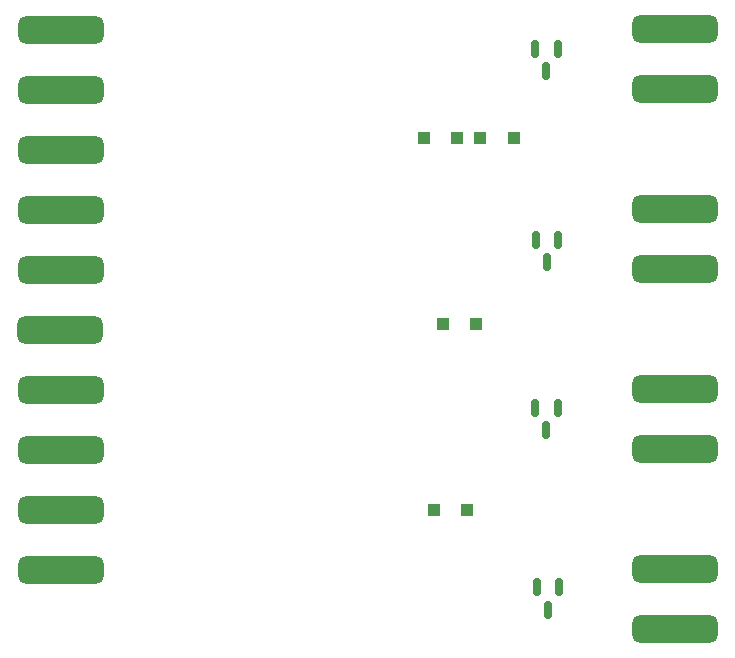
<source format=gbr>
%TF.GenerationSoftware,KiCad,Pcbnew,7.0.10*%
%TF.CreationDate,2024-07-22T08:22:22-04:00*%
%TF.ProjectId,12.X.1 - PLC Connector Combined,31322e58-2e31-4202-9d20-504c4320436f,rev?*%
%TF.SameCoordinates,Original*%
%TF.FileFunction,Paste,Top*%
%TF.FilePolarity,Positive*%
%FSLAX46Y46*%
G04 Gerber Fmt 4.6, Leading zero omitted, Abs format (unit mm)*
G04 Created by KiCad (PCBNEW 7.0.10) date 2024-07-22 08:22:22*
%MOMM*%
%LPD*%
G01*
G04 APERTURE LIST*
G04 Aperture macros list*
%AMRoundRect*
0 Rectangle with rounded corners*
0 $1 Rounding radius*
0 $2 $3 $4 $5 $6 $7 $8 $9 X,Y pos of 4 corners*
0 Add a 4 corners polygon primitive as box body*
4,1,4,$2,$3,$4,$5,$6,$7,$8,$9,$2,$3,0*
0 Add four circle primitives for the rounded corners*
1,1,$1+$1,$2,$3*
1,1,$1+$1,$4,$5*
1,1,$1+$1,$6,$7*
1,1,$1+$1,$8,$9*
0 Add four rect primitives between the rounded corners*
20,1,$1+$1,$2,$3,$4,$5,0*
20,1,$1+$1,$4,$5,$6,$7,0*
20,1,$1+$1,$6,$7,$8,$9,0*
20,1,$1+$1,$8,$9,$2,$3,0*%
G04 Aperture macros list end*
%ADD10RoundRect,0.572500X-3.045750X-0.572500X3.045750X-0.572500X3.045750X0.572500X-3.045750X0.572500X0*%
%ADD11RoundRect,0.150000X-0.150000X0.587500X-0.150000X-0.587500X0.150000X-0.587500X0.150000X0.587500X0*%
%ADD12RoundRect,0.250000X-0.300000X-0.300000X0.300000X-0.300000X0.300000X0.300000X-0.300000X0.300000X0*%
%ADD13RoundRect,0.250000X0.300000X0.300000X-0.300000X0.300000X-0.300000X-0.300000X0.300000X-0.300000X0*%
G04 APERTURE END LIST*
D10*
%TO.C,J307*%
X171148250Y-122735000D03*
%TD*%
D11*
%TO.C,D305*%
X161338250Y-124327500D03*
X159438250Y-124327500D03*
X160388250Y-126202500D03*
%TD*%
D10*
%TO.C,J202*%
X119158250Y-117739446D03*
%TD*%
%TO.C,J201*%
X119138250Y-122827224D03*
%TD*%
D12*
%TO.C,D301*%
X149860750Y-86285000D03*
X152660750Y-86285000D03*
%TD*%
D10*
%TO.C,J204*%
X119158250Y-107593890D03*
%TD*%
%TO.C,J210*%
X119138250Y-77127224D03*
%TD*%
%TO.C,J315*%
X171158250Y-107515000D03*
%TD*%
%TO.C,J206*%
X119168250Y-97428334D03*
%TD*%
D13*
%TO.C,D302*%
X154288250Y-102025000D03*
X151488250Y-102025000D03*
%TD*%
D10*
%TO.C,J207*%
X119168250Y-92340556D03*
%TD*%
D11*
%TO.C,D308*%
X161238250Y-94927500D03*
X159338250Y-94927500D03*
X160288250Y-96802500D03*
%TD*%
%TO.C,D307*%
X161198250Y-78697500D03*
X159298250Y-78697500D03*
X160248250Y-80572500D03*
%TD*%
D10*
%TO.C,J311*%
X171138250Y-92255000D03*
%TD*%
%TO.C,J310*%
X171128250Y-82105000D03*
%TD*%
D13*
%TO.C,D304*%
X157468250Y-86285000D03*
X154668250Y-86285000D03*
%TD*%
D10*
%TO.C,J316*%
X171156500Y-112570000D03*
%TD*%
%TO.C,J209*%
X119138250Y-82185000D03*
%TD*%
%TO.C,J309*%
X171128250Y-77025000D03*
%TD*%
%TO.C,J312*%
X171158250Y-97345000D03*
%TD*%
%TO.C,J208*%
X119158250Y-87282778D03*
%TD*%
%TO.C,J308*%
X171148250Y-127825000D03*
%TD*%
%TO.C,J203*%
X119168250Y-112661668D03*
%TD*%
D11*
%TO.C,D306*%
X161198250Y-109137500D03*
X159298250Y-109137500D03*
X160248250Y-111012500D03*
%TD*%
D13*
%TO.C,D303*%
X153555750Y-117795000D03*
X150755750Y-117795000D03*
%TD*%
D10*
%TO.C,J205*%
X119088250Y-102536112D03*
%TD*%
M02*

</source>
